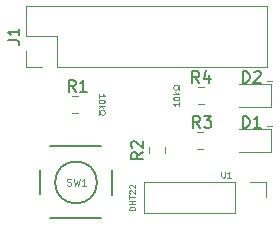
<source format=gto>
%TF.GenerationSoftware,KiCad,Pcbnew,(5.1.6-0-10_14)*%
%TF.CreationDate,2020-11-28T15:25:20+01:00*%
%TF.ProjectId,Raspberry_Pi_Hat,52617370-6265-4727-9279-5f50695f4861,v1.0*%
%TF.SameCoordinates,Original*%
%TF.FileFunction,Legend,Top*%
%TF.FilePolarity,Positive*%
%FSLAX46Y46*%
G04 Gerber Fmt 4.6, Leading zero omitted, Abs format (unit mm)*
G04 Created by KiCad (PCBNEW (5.1.6-0-10_14)) date 2020-11-28 15:25:20*
%MOMM*%
%LPD*%
G01*
G04 APERTURE LIST*
%ADD10C,0.125000*%
%ADD11C,0.100000*%
%ADD12C,0.120000*%
%ADD13C,0.203200*%
%ADD14C,0.150000*%
G04 APERTURE END LIST*
D10*
X132270523Y-112811714D02*
X132651476Y-112811714D01*
X132270523Y-109001714D02*
X132651476Y-109001714D01*
D11*
X124813190Y-110819333D02*
X124813190Y-111105047D01*
X124813190Y-110962190D02*
X124313190Y-110962190D01*
X124384619Y-111009809D01*
X124432238Y-111057428D01*
X124456047Y-111105047D01*
X124313190Y-110509809D02*
X124313190Y-110462190D01*
X124337000Y-110414571D01*
X124360809Y-110390761D01*
X124408428Y-110366952D01*
X124503666Y-110343142D01*
X124622714Y-110343142D01*
X124717952Y-110366952D01*
X124765571Y-110390761D01*
X124789380Y-110414571D01*
X124813190Y-110462190D01*
X124813190Y-110509809D01*
X124789380Y-110557428D01*
X124765571Y-110581238D01*
X124717952Y-110605047D01*
X124622714Y-110628857D01*
X124503666Y-110628857D01*
X124408428Y-110605047D01*
X124360809Y-110581238D01*
X124337000Y-110557428D01*
X124313190Y-110509809D01*
X124813190Y-110128857D02*
X124313190Y-110128857D01*
X124622714Y-110081238D02*
X124813190Y-109938380D01*
X124479857Y-109938380D02*
X124670333Y-110128857D01*
X124813190Y-109747904D02*
X124813190Y-109628857D01*
X124717952Y-109628857D01*
X124694142Y-109676476D01*
X124646523Y-109724095D01*
X124575095Y-109747904D01*
X124456047Y-109747904D01*
X124384619Y-109724095D01*
X124337000Y-109676476D01*
X124313190Y-109605047D01*
X124313190Y-109509809D01*
X124337000Y-109438380D01*
X124384619Y-109390761D01*
X124456047Y-109366952D01*
X124575095Y-109366952D01*
X124646523Y-109390761D01*
X124694142Y-109438380D01*
X124717952Y-109486000D01*
X124813190Y-109486000D01*
X124813190Y-109366952D01*
X118010809Y-110414666D02*
X118010809Y-110128952D01*
X118010809Y-110271809D02*
X118510809Y-110271809D01*
X118439380Y-110224190D01*
X118391761Y-110176571D01*
X118367952Y-110128952D01*
X118510809Y-110724190D02*
X118510809Y-110771809D01*
X118487000Y-110819428D01*
X118463190Y-110843238D01*
X118415571Y-110867047D01*
X118320333Y-110890857D01*
X118201285Y-110890857D01*
X118106047Y-110867047D01*
X118058428Y-110843238D01*
X118034619Y-110819428D01*
X118010809Y-110771809D01*
X118010809Y-110724190D01*
X118034619Y-110676571D01*
X118058428Y-110652761D01*
X118106047Y-110628952D01*
X118201285Y-110605142D01*
X118320333Y-110605142D01*
X118415571Y-110628952D01*
X118463190Y-110652761D01*
X118487000Y-110676571D01*
X118510809Y-110724190D01*
X118010809Y-111105142D02*
X118510809Y-111105142D01*
X118201285Y-111152761D02*
X118010809Y-111295619D01*
X118344142Y-111295619D02*
X118153666Y-111105142D01*
X118010809Y-111486095D02*
X118010809Y-111605142D01*
X118106047Y-111605142D01*
X118129857Y-111557523D01*
X118177476Y-111509904D01*
X118248904Y-111486095D01*
X118367952Y-111486095D01*
X118439380Y-111509904D01*
X118487000Y-111557523D01*
X118510809Y-111628952D01*
X118510809Y-111724190D01*
X118487000Y-111795619D01*
X118439380Y-111843238D01*
X118367952Y-111867047D01*
X118248904Y-111867047D01*
X118177476Y-111843238D01*
X118129857Y-111795619D01*
X118106047Y-111748000D01*
X118010809Y-111748000D01*
X118010809Y-111867047D01*
D12*
%TO.C,R4*%
X126408922Y-110946000D02*
X126926078Y-110946000D01*
X126408922Y-109526000D02*
X126926078Y-109526000D01*
%TO.C,D2*%
X132573500Y-109276000D02*
X129888500Y-109276000D01*
X132573500Y-111196000D02*
X132573500Y-109276000D01*
X129888500Y-111196000D02*
X132573500Y-111196000D01*
%TO.C,D1*%
X129888500Y-115006000D02*
X132573500Y-115006000D01*
X132573500Y-115006000D02*
X132573500Y-113086000D01*
X132573500Y-113086000D02*
X129888500Y-113086000D01*
%TO.C,R1*%
X116258078Y-110288000D02*
X115740922Y-110288000D01*
X116258078Y-111708000D02*
X115740922Y-111708000D01*
%TO.C,R2*%
X122226000Y-115145078D02*
X122226000Y-114627922D01*
X123646000Y-115145078D02*
X123646000Y-114627922D01*
%TO.C,R3*%
X126311922Y-113336000D02*
X126829078Y-113336000D01*
X126311922Y-114756000D02*
X126829078Y-114756000D01*
D13*
%TO.C,SW1*%
X113919000Y-120650000D02*
X118237000Y-120650000D01*
X118237000Y-114554000D02*
X113919000Y-114554000D01*
X113030000Y-118597680D02*
X113030000Y-116586000D01*
X119126000Y-118628160D02*
X119126000Y-116586000D01*
X117856000Y-117602000D02*
G75*
G03*
X117856000Y-117602000I-1778000J0D01*
G01*
D12*
%TO.C,U1*%
X132140000Y-117542000D02*
X132140000Y-118872000D01*
X130810000Y-117542000D02*
X132140000Y-117542000D01*
X129540000Y-117542000D02*
X129540000Y-120202000D01*
X129540000Y-120202000D02*
X121860000Y-120202000D01*
X129540000Y-117542000D02*
X121860000Y-117542000D01*
X121860000Y-117542000D02*
X121860000Y-120202000D01*
%TO.C,J1*%
X111830000Y-107840000D02*
X111830000Y-106510000D01*
X113160000Y-107840000D02*
X111830000Y-107840000D01*
X111830000Y-105240000D02*
X111830000Y-102640000D01*
X114430000Y-105240000D02*
X111830000Y-105240000D01*
X114430000Y-107840000D02*
X114430000Y-105240000D01*
X111830000Y-102640000D02*
X132270000Y-102640000D01*
X114430000Y-107840000D02*
X132270000Y-107840000D01*
X132270000Y-107840000D02*
X132270000Y-102640000D01*
%TO.C,R4*%
D14*
X126500833Y-109164380D02*
X126167500Y-108688190D01*
X125929404Y-109164380D02*
X125929404Y-108164380D01*
X126310357Y-108164380D01*
X126405595Y-108212000D01*
X126453214Y-108259619D01*
X126500833Y-108354857D01*
X126500833Y-108497714D01*
X126453214Y-108592952D01*
X126405595Y-108640571D01*
X126310357Y-108688190D01*
X125929404Y-108688190D01*
X127357976Y-108497714D02*
X127357976Y-109164380D01*
X127119880Y-108116761D02*
X126881785Y-108831047D01*
X127500833Y-108831047D01*
%TO.C,D2*%
X130198904Y-109164380D02*
X130198904Y-108164380D01*
X130437000Y-108164380D01*
X130579857Y-108212000D01*
X130675095Y-108307238D01*
X130722714Y-108402476D01*
X130770333Y-108592952D01*
X130770333Y-108735809D01*
X130722714Y-108926285D01*
X130675095Y-109021523D01*
X130579857Y-109116761D01*
X130437000Y-109164380D01*
X130198904Y-109164380D01*
X131151285Y-108259619D02*
X131198904Y-108212000D01*
X131294142Y-108164380D01*
X131532238Y-108164380D01*
X131627476Y-108212000D01*
X131675095Y-108259619D01*
X131722714Y-108354857D01*
X131722714Y-108450095D01*
X131675095Y-108592952D01*
X131103666Y-109164380D01*
X131722714Y-109164380D01*
%TO.C,D1*%
X130198904Y-112974380D02*
X130198904Y-111974380D01*
X130437000Y-111974380D01*
X130579857Y-112022000D01*
X130675095Y-112117238D01*
X130722714Y-112212476D01*
X130770333Y-112402952D01*
X130770333Y-112545809D01*
X130722714Y-112736285D01*
X130675095Y-112831523D01*
X130579857Y-112926761D01*
X130437000Y-112974380D01*
X130198904Y-112974380D01*
X131722714Y-112974380D02*
X131151285Y-112974380D01*
X131437000Y-112974380D02*
X131437000Y-111974380D01*
X131341761Y-112117238D01*
X131246523Y-112212476D01*
X131151285Y-112260095D01*
%TO.C,R1*%
X116038333Y-109926380D02*
X115705000Y-109450190D01*
X115466904Y-109926380D02*
X115466904Y-108926380D01*
X115847857Y-108926380D01*
X115943095Y-108974000D01*
X115990714Y-109021619D01*
X116038333Y-109116857D01*
X116038333Y-109259714D01*
X115990714Y-109354952D01*
X115943095Y-109402571D01*
X115847857Y-109450190D01*
X115466904Y-109450190D01*
X116990714Y-109926380D02*
X116419285Y-109926380D01*
X116705000Y-109926380D02*
X116705000Y-108926380D01*
X116609761Y-109069238D01*
X116514523Y-109164476D01*
X116419285Y-109212095D01*
%TO.C,R2*%
X121738380Y-115053166D02*
X121262190Y-115386500D01*
X121738380Y-115624595D02*
X120738380Y-115624595D01*
X120738380Y-115243642D01*
X120786000Y-115148404D01*
X120833619Y-115100785D01*
X120928857Y-115053166D01*
X121071714Y-115053166D01*
X121166952Y-115100785D01*
X121214571Y-115148404D01*
X121262190Y-115243642D01*
X121262190Y-115624595D01*
X120833619Y-114672214D02*
X120786000Y-114624595D01*
X120738380Y-114529357D01*
X120738380Y-114291261D01*
X120786000Y-114196023D01*
X120833619Y-114148404D01*
X120928857Y-114100785D01*
X121024095Y-114100785D01*
X121166952Y-114148404D01*
X121738380Y-114719833D01*
X121738380Y-114100785D01*
%TO.C,R3*%
X126579333Y-112974380D02*
X126246000Y-112498190D01*
X126007904Y-112974380D02*
X126007904Y-111974380D01*
X126388857Y-111974380D01*
X126484095Y-112022000D01*
X126531714Y-112069619D01*
X126579333Y-112164857D01*
X126579333Y-112307714D01*
X126531714Y-112402952D01*
X126484095Y-112450571D01*
X126388857Y-112498190D01*
X126007904Y-112498190D01*
X126912666Y-111974380D02*
X127531714Y-111974380D01*
X127198380Y-112355333D01*
X127341238Y-112355333D01*
X127436476Y-112402952D01*
X127484095Y-112450571D01*
X127531714Y-112545809D01*
X127531714Y-112783904D01*
X127484095Y-112879142D01*
X127436476Y-112926761D01*
X127341238Y-112974380D01*
X127055523Y-112974380D01*
X126960285Y-112926761D01*
X126912666Y-112879142D01*
%TO.C,SW1*%
D11*
X115328000Y-117844857D02*
X115413714Y-117873428D01*
X115556571Y-117873428D01*
X115613714Y-117844857D01*
X115642285Y-117816285D01*
X115670857Y-117759142D01*
X115670857Y-117702000D01*
X115642285Y-117644857D01*
X115613714Y-117616285D01*
X115556571Y-117587714D01*
X115442285Y-117559142D01*
X115385142Y-117530571D01*
X115356571Y-117502000D01*
X115328000Y-117444857D01*
X115328000Y-117387714D01*
X115356571Y-117330571D01*
X115385142Y-117302000D01*
X115442285Y-117273428D01*
X115585142Y-117273428D01*
X115670857Y-117302000D01*
X115870857Y-117273428D02*
X116013714Y-117873428D01*
X116128000Y-117444857D01*
X116242285Y-117873428D01*
X116385142Y-117273428D01*
X116928000Y-117873428D02*
X116585142Y-117873428D01*
X116756571Y-117873428D02*
X116756571Y-117273428D01*
X116699428Y-117359142D01*
X116642285Y-117416285D01*
X116585142Y-117444857D01*
%TO.C,U1*%
X128397047Y-116693190D02*
X128397047Y-117097952D01*
X128420857Y-117145571D01*
X128444666Y-117169380D01*
X128492285Y-117193190D01*
X128587523Y-117193190D01*
X128635142Y-117169380D01*
X128658952Y-117145571D01*
X128682761Y-117097952D01*
X128682761Y-116693190D01*
X129182761Y-117193190D02*
X128897047Y-117193190D01*
X129039904Y-117193190D02*
X129039904Y-116693190D01*
X128992285Y-116764619D01*
X128944666Y-116812238D01*
X128897047Y-116836047D01*
X121086190Y-119931523D02*
X120586190Y-119931523D01*
X120586190Y-119812476D01*
X120610000Y-119741047D01*
X120657619Y-119693428D01*
X120705238Y-119669619D01*
X120800476Y-119645809D01*
X120871904Y-119645809D01*
X120967142Y-119669619D01*
X121014761Y-119693428D01*
X121062380Y-119741047D01*
X121086190Y-119812476D01*
X121086190Y-119931523D01*
X121086190Y-119431523D02*
X120586190Y-119431523D01*
X120824285Y-119431523D02*
X120824285Y-119145809D01*
X121086190Y-119145809D02*
X120586190Y-119145809D01*
X120586190Y-118979142D02*
X120586190Y-118693428D01*
X121086190Y-118836285D02*
X120586190Y-118836285D01*
X120633809Y-118550571D02*
X120610000Y-118526761D01*
X120586190Y-118479142D01*
X120586190Y-118360095D01*
X120610000Y-118312476D01*
X120633809Y-118288666D01*
X120681428Y-118264857D01*
X120729047Y-118264857D01*
X120800476Y-118288666D01*
X121086190Y-118574380D01*
X121086190Y-118264857D01*
X120633809Y-118074380D02*
X120610000Y-118050571D01*
X120586190Y-118002952D01*
X120586190Y-117883904D01*
X120610000Y-117836285D01*
X120633809Y-117812476D01*
X120681428Y-117788666D01*
X120729047Y-117788666D01*
X120800476Y-117812476D01*
X121086190Y-118098190D01*
X121086190Y-117788666D01*
%TO.C,J1*%
D14*
X110282380Y-105573333D02*
X110996666Y-105573333D01*
X111139523Y-105620952D01*
X111234761Y-105716190D01*
X111282380Y-105859047D01*
X111282380Y-105954285D01*
X111282380Y-104573333D02*
X111282380Y-105144761D01*
X111282380Y-104859047D02*
X110282380Y-104859047D01*
X110425238Y-104954285D01*
X110520476Y-105049523D01*
X110568095Y-105144761D01*
%TD*%
M02*

</source>
